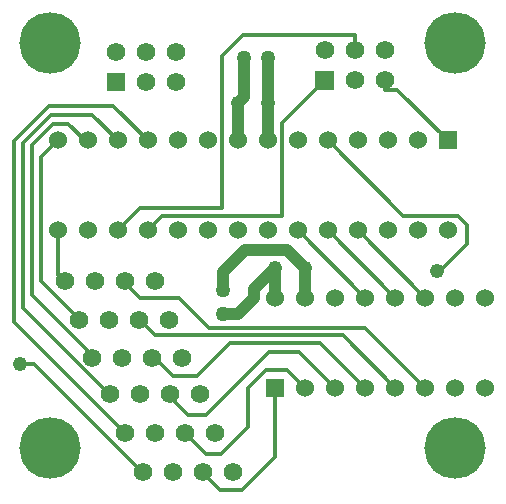
<source format=gbr>
G04 start of page 2 for group 0 idx 0 *
G04 Title: logic, Component *
G04 Creator: pcb 20091103 *
G04 CreationDate: Tue 04 May 2010 05:21:54 PM GMT UTC *
G04 For: srussell *
G04 Format: Gerber/RS-274X *
G04 PCB-Dimensions: 175000 175000 *
G04 PCB-Coordinate-Origin: lower left *
%MOIN*%
%FSLAX25Y25*%
%LNFRONT*%
%ADD11C,0.0140*%
%ADD12C,0.0400*%
%ADD13C,0.0600*%
%ADD14C,0.0200*%
%ADD15C,0.0620*%
%ADD16C,0.0490*%
%ADD17C,0.0500*%
%ADD18C,0.2050*%
%ADD19C,0.0280*%
%ADD20C,0.0380*%
%ADD21C,0.0250*%
%ADD22C,0.0260*%
%ADD23C,0.1250*%
G54D11*X152500Y122499D02*Y122500D01*
X135600Y139400D01*
X152500Y122500D02*Y122499D01*
X112500Y92500D02*X135000Y70000D01*
X112500Y122500D02*X137599Y97401D01*
X159000Y94401D02*Y88000D01*
X156000Y97401D02*X159000Y94401D01*
Y88000D02*X150000Y79000D01*
X149000D01*
X137599Y97401D02*X156000D01*
X131500Y139400D02*Y139399D01*
G54D12*X77500Y78500D02*Y72500D01*
G54D11*X73000Y60099D02*X63099Y70000D01*
X55101D01*
G54D12*X88000Y73000D02*Y70000D01*
X82626Y64626D01*
X77500D01*
X85000Y86000D02*X77500Y78500D01*
G54D11*X62500Y92500D02*Y92499D01*
Y92500D02*Y92499D01*
X77401Y100002D02*X77400D01*
X97400Y97401D02*X57401D01*
X122500Y92500D02*X145000Y70000D01*
X102500Y92500D02*X125000Y70000D01*
G54D12*X105000D02*Y80000D01*
X95000Y70000D02*Y80000D01*
G54D11*X125000Y60000D02*X145000Y40000D01*
X110103Y54897D02*X125000Y40000D01*
X117502Y57498D02*X135000Y40000D01*
X120000Y60000D02*X125000D01*
X119901Y60099D02*X73000D01*
X93000Y52000D02*X103000D01*
X80000Y54897D02*X110103D01*
X103000Y52000D02*X115000Y40000D01*
X99000Y46000D02*X105000Y40000D01*
X93000Y52000D02*X72000Y31000D01*
X86000Y40000D02*X92000Y46000D01*
X99000D01*
X55002Y57498D02*X117502D01*
G54D12*X95000Y80000D02*X88000Y73000D01*
X99000Y86000D02*X85000D01*
X82500Y122500D02*Y135000D01*
X84626Y137126D01*
Y150000D01*
X92500Y135000D02*Y150000D01*
G54D11*X84274Y157501D02*X77400Y150627D01*
Y100002D01*
G54D12*X92500Y122500D02*Y135000D01*
G54D11*X97400Y128400D02*Y97401D01*
G54D12*X105000Y80000D02*X99000Y86000D01*
G54D11*X97401Y97401D02*X97400D01*
X111501Y142500D02*X111500D01*
X97400Y128400D01*
X121500Y157501D02*Y152500D01*
X121501Y157501D02*X121500D01*
Y152500D02*Y152499D01*
Y152500D02*Y152499D01*
X135600Y139400D02*X131500D01*
Y142500D02*Y139400D01*
Y142500D02*Y139400D01*
Y142500D02*Y139400D01*
Y139399D01*
X121500Y157501D02*X84274D01*
X14500Y48000D02*X10000D01*
X50000Y12500D02*X14500Y48000D01*
X45000Y75000D02*X50000Y70000D01*
X25000Y75000D02*X22500Y77500D01*
X30000Y62500D02*X17000Y75500D01*
X35000Y50000D02*X14000Y71000D01*
X40000Y37500D02*X11000Y66500D01*
X45000Y25000D02*X8000Y62000D01*
X50000Y70000D02*X54899D01*
X55002Y57498D02*X50000Y62500D01*
X80000Y54897D02*X69103Y44000D01*
X61000D01*
X55000Y50000D01*
X72000Y31000D02*X66000D01*
X60000Y37000D01*
Y37500D01*
X95000Y17000D02*Y40000D01*
X86000Y27000D02*X77000Y18000D01*
X72000D01*
X65000Y25000D01*
X86000Y27000D02*Y40000D01*
X95000Y17000D02*X84000Y6000D01*
X76500D01*
X70000Y12500D01*
X52500Y92500D02*Y92499D01*
Y92500D02*Y92499D01*
Y92500D02*Y92499D01*
X22500Y77500D02*Y92500D01*
X17000Y75500D02*Y117000D01*
X14000Y71000D02*Y120932D01*
X11000Y66500D02*Y121611D01*
X8000Y62000D02*Y122290D01*
X57401Y97401D02*X52500Y92500D01*
X50002Y100002D02*X42500Y92500D01*
Y92499D01*
Y92500D02*Y92499D01*
X77400Y100002D02*X50002D01*
X17000Y117000D02*X22500Y122500D01*
X14000Y120932D02*X21068Y128000D01*
X11000Y121611D02*X20389Y131000D01*
X41000Y134000D02*X52500Y122500D01*
X34000Y131000D02*X42500Y122500D01*
X19710Y134000D02*X41000D01*
X21068Y128000D02*X26000D01*
X31500Y122500D01*
X32500D01*
X20389Y131000D02*X34000D01*
X8000Y122290D02*X19710Y134000D01*
G54D13*X62500Y122500D03*
X52500D03*
X42500D03*
X32500D03*
X22500D03*
Y92500D03*
X32500D03*
X42500D03*
X52500D03*
G54D14*G36*
X38900Y145100D02*Y138900D01*
X45100D01*
Y145100D01*
X38900D01*
G37*
G54D15*X52000Y142000D03*
X62000D03*
X42000Y152000D03*
X52000D03*
X62000D03*
G54D13*X122500Y122500D03*
X112500D03*
X102500D03*
X92500D03*
G54D14*G36*
X149500Y125500D02*Y119500D01*
X155500D01*
Y125500D01*
X149500D01*
G37*
G54D13*X142500Y122500D03*
X132500D03*
X82500D03*
G54D16*X92500Y135000D03*
G54D14*G36*
X108401Y145600D02*Y139400D01*
X114601D01*
Y145600D01*
X108401D01*
G37*
G54D15*X121501Y142500D03*
X131501D03*
G54D16*X82500Y135000D03*
G54D17*X92500Y150000D03*
X84626D03*
G54D15*X111501Y152500D03*
X121501D03*
X131501D03*
G54D13*X72500Y122500D03*
X62500Y92500D03*
X72500D03*
X82500D03*
G54D17*X77500Y72500D03*
G54D15*X55000Y75500D03*
X45000D03*
X35000D03*
X25000D03*
G54D13*X92500Y92500D03*
X102500D03*
X112500D03*
X122500D03*
G54D14*G36*
X92000Y43000D02*Y37000D01*
X98000D01*
Y43000D01*
X92000D01*
G37*
G54D13*X105000Y40000D03*
X115000D03*
Y70000D03*
X105000D03*
X95000D03*
G54D16*Y80000D03*
X105000D03*
G54D13*X132500Y92500D03*
X135000Y70000D03*
X125000D03*
X142500Y92500D03*
X152500D03*
X165000Y70000D03*
X155000D03*
X145000D03*
X125000Y40000D03*
X135000D03*
X145000D03*
X155000D03*
X165000D03*
G54D17*X77500Y64626D03*
G54D15*X81000Y12000D03*
X71000D03*
X70000Y38000D03*
X75000Y25000D03*
X65000D03*
X60000Y38000D03*
X50000D03*
X40000D03*
X55000Y25000D03*
X45000D03*
X61000Y12000D03*
X51000D03*
X64000Y50000D03*
X59596Y62720D03*
X49596D03*
X39596D03*
X29596D03*
X54000Y50000D03*
X44000D03*
X34000D03*
G54D18*X20000Y20000D03*
Y155000D03*
X155000Y20000D03*
Y155000D03*
G54D16*X10000Y48000D03*
X149000Y79000D03*
G54D19*G54D20*G54D19*G54D21*G54D20*G54D21*G54D22*G54D20*G54D19*G54D22*G54D20*G54D19*G54D21*G54D19*G54D22*G54D20*G54D23*G54D21*M02*

</source>
